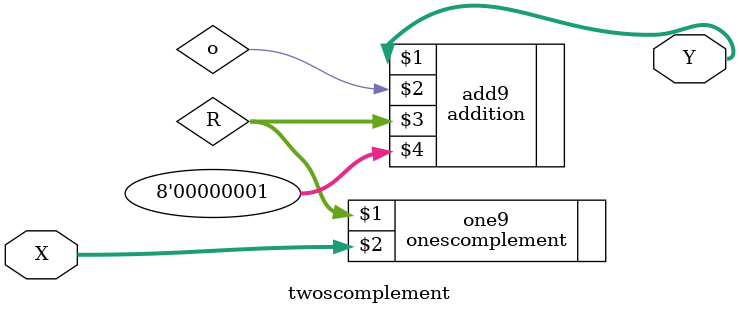
<source format=v>
module twoscomplement(Y,X);
input  [7:0]X;
output [7:0]Y;
wire [7:0]R;
wire o;

onescomplement one9(R,X);
addition add9(Y,o,R,8'b00000001);

endmodule 
</source>
